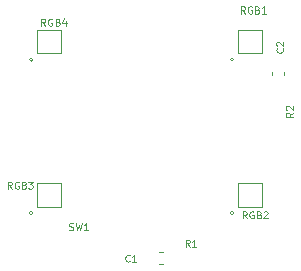
<source format=gbr>
%TF.GenerationSoftware,KiCad,Pcbnew,9.0.3*%
%TF.CreationDate,2025-07-18T17:15:59-07:00*%
%TF.ProjectId,UGC_SubStick_R5,5547435f-5375-4625-9374-69636b5f5235,rev?*%
%TF.SameCoordinates,Original*%
%TF.FileFunction,Legend,Top*%
%TF.FilePolarity,Positive*%
%FSLAX46Y46*%
G04 Gerber Fmt 4.6, Leading zero omitted, Abs format (unit mm)*
G04 Created by KiCad (PCBNEW 9.0.3) date 2025-07-18 17:15:59*
%MOMM*%
%LPD*%
G01*
G04 APERTURE LIST*
%ADD10C,0.100000*%
%ADD11C,0.120000*%
G04 APERTURE END LIST*
D10*
X50608000Y-29660171D02*
X50408000Y-29374457D01*
X50265143Y-29660171D02*
X50265143Y-29060171D01*
X50265143Y-29060171D02*
X50493714Y-29060171D01*
X50493714Y-29060171D02*
X50550857Y-29088742D01*
X50550857Y-29088742D02*
X50579428Y-29117314D01*
X50579428Y-29117314D02*
X50608000Y-29174457D01*
X50608000Y-29174457D02*
X50608000Y-29260171D01*
X50608000Y-29260171D02*
X50579428Y-29317314D01*
X50579428Y-29317314D02*
X50550857Y-29345885D01*
X50550857Y-29345885D02*
X50493714Y-29374457D01*
X50493714Y-29374457D02*
X50265143Y-29374457D01*
X51179428Y-29088742D02*
X51122286Y-29060171D01*
X51122286Y-29060171D02*
X51036571Y-29060171D01*
X51036571Y-29060171D02*
X50950857Y-29088742D01*
X50950857Y-29088742D02*
X50893714Y-29145885D01*
X50893714Y-29145885D02*
X50865143Y-29203028D01*
X50865143Y-29203028D02*
X50836571Y-29317314D01*
X50836571Y-29317314D02*
X50836571Y-29403028D01*
X50836571Y-29403028D02*
X50865143Y-29517314D01*
X50865143Y-29517314D02*
X50893714Y-29574457D01*
X50893714Y-29574457D02*
X50950857Y-29631600D01*
X50950857Y-29631600D02*
X51036571Y-29660171D01*
X51036571Y-29660171D02*
X51093714Y-29660171D01*
X51093714Y-29660171D02*
X51179428Y-29631600D01*
X51179428Y-29631600D02*
X51208000Y-29603028D01*
X51208000Y-29603028D02*
X51208000Y-29403028D01*
X51208000Y-29403028D02*
X51093714Y-29403028D01*
X51665143Y-29345885D02*
X51750857Y-29374457D01*
X51750857Y-29374457D02*
X51779428Y-29403028D01*
X51779428Y-29403028D02*
X51808000Y-29460171D01*
X51808000Y-29460171D02*
X51808000Y-29545885D01*
X51808000Y-29545885D02*
X51779428Y-29603028D01*
X51779428Y-29603028D02*
X51750857Y-29631600D01*
X51750857Y-29631600D02*
X51693714Y-29660171D01*
X51693714Y-29660171D02*
X51465143Y-29660171D01*
X51465143Y-29660171D02*
X51465143Y-29060171D01*
X51465143Y-29060171D02*
X51665143Y-29060171D01*
X51665143Y-29060171D02*
X51722286Y-29088742D01*
X51722286Y-29088742D02*
X51750857Y-29117314D01*
X51750857Y-29117314D02*
X51779428Y-29174457D01*
X51779428Y-29174457D02*
X51779428Y-29231600D01*
X51779428Y-29231600D02*
X51750857Y-29288742D01*
X51750857Y-29288742D02*
X51722286Y-29317314D01*
X51722286Y-29317314D02*
X51665143Y-29345885D01*
X51665143Y-29345885D02*
X51465143Y-29345885D01*
X52322286Y-29260171D02*
X52322286Y-29660171D01*
X52179428Y-29031600D02*
X52036571Y-29460171D01*
X52036571Y-29460171D02*
X52408000Y-29460171D01*
X47763200Y-43452371D02*
X47563200Y-43166657D01*
X47420343Y-43452371D02*
X47420343Y-42852371D01*
X47420343Y-42852371D02*
X47648914Y-42852371D01*
X47648914Y-42852371D02*
X47706057Y-42880942D01*
X47706057Y-42880942D02*
X47734628Y-42909514D01*
X47734628Y-42909514D02*
X47763200Y-42966657D01*
X47763200Y-42966657D02*
X47763200Y-43052371D01*
X47763200Y-43052371D02*
X47734628Y-43109514D01*
X47734628Y-43109514D02*
X47706057Y-43138085D01*
X47706057Y-43138085D02*
X47648914Y-43166657D01*
X47648914Y-43166657D02*
X47420343Y-43166657D01*
X48334628Y-42880942D02*
X48277486Y-42852371D01*
X48277486Y-42852371D02*
X48191771Y-42852371D01*
X48191771Y-42852371D02*
X48106057Y-42880942D01*
X48106057Y-42880942D02*
X48048914Y-42938085D01*
X48048914Y-42938085D02*
X48020343Y-42995228D01*
X48020343Y-42995228D02*
X47991771Y-43109514D01*
X47991771Y-43109514D02*
X47991771Y-43195228D01*
X47991771Y-43195228D02*
X48020343Y-43309514D01*
X48020343Y-43309514D02*
X48048914Y-43366657D01*
X48048914Y-43366657D02*
X48106057Y-43423800D01*
X48106057Y-43423800D02*
X48191771Y-43452371D01*
X48191771Y-43452371D02*
X48248914Y-43452371D01*
X48248914Y-43452371D02*
X48334628Y-43423800D01*
X48334628Y-43423800D02*
X48363200Y-43395228D01*
X48363200Y-43395228D02*
X48363200Y-43195228D01*
X48363200Y-43195228D02*
X48248914Y-43195228D01*
X48820343Y-43138085D02*
X48906057Y-43166657D01*
X48906057Y-43166657D02*
X48934628Y-43195228D01*
X48934628Y-43195228D02*
X48963200Y-43252371D01*
X48963200Y-43252371D02*
X48963200Y-43338085D01*
X48963200Y-43338085D02*
X48934628Y-43395228D01*
X48934628Y-43395228D02*
X48906057Y-43423800D01*
X48906057Y-43423800D02*
X48848914Y-43452371D01*
X48848914Y-43452371D02*
X48620343Y-43452371D01*
X48620343Y-43452371D02*
X48620343Y-42852371D01*
X48620343Y-42852371D02*
X48820343Y-42852371D01*
X48820343Y-42852371D02*
X48877486Y-42880942D01*
X48877486Y-42880942D02*
X48906057Y-42909514D01*
X48906057Y-42909514D02*
X48934628Y-42966657D01*
X48934628Y-42966657D02*
X48934628Y-43023800D01*
X48934628Y-43023800D02*
X48906057Y-43080942D01*
X48906057Y-43080942D02*
X48877486Y-43109514D01*
X48877486Y-43109514D02*
X48820343Y-43138085D01*
X48820343Y-43138085D02*
X48620343Y-43138085D01*
X49163200Y-42852371D02*
X49534628Y-42852371D01*
X49534628Y-42852371D02*
X49334628Y-43080942D01*
X49334628Y-43080942D02*
X49420343Y-43080942D01*
X49420343Y-43080942D02*
X49477486Y-43109514D01*
X49477486Y-43109514D02*
X49506057Y-43138085D01*
X49506057Y-43138085D02*
X49534628Y-43195228D01*
X49534628Y-43195228D02*
X49534628Y-43338085D01*
X49534628Y-43338085D02*
X49506057Y-43395228D01*
X49506057Y-43395228D02*
X49477486Y-43423800D01*
X49477486Y-43423800D02*
X49420343Y-43452371D01*
X49420343Y-43452371D02*
X49248914Y-43452371D01*
X49248914Y-43452371D02*
X49191771Y-43423800D01*
X49191771Y-43423800D02*
X49163200Y-43395228D01*
X67499000Y-28618771D02*
X67299000Y-28333057D01*
X67156143Y-28618771D02*
X67156143Y-28018771D01*
X67156143Y-28018771D02*
X67384714Y-28018771D01*
X67384714Y-28018771D02*
X67441857Y-28047342D01*
X67441857Y-28047342D02*
X67470428Y-28075914D01*
X67470428Y-28075914D02*
X67499000Y-28133057D01*
X67499000Y-28133057D02*
X67499000Y-28218771D01*
X67499000Y-28218771D02*
X67470428Y-28275914D01*
X67470428Y-28275914D02*
X67441857Y-28304485D01*
X67441857Y-28304485D02*
X67384714Y-28333057D01*
X67384714Y-28333057D02*
X67156143Y-28333057D01*
X68070428Y-28047342D02*
X68013286Y-28018771D01*
X68013286Y-28018771D02*
X67927571Y-28018771D01*
X67927571Y-28018771D02*
X67841857Y-28047342D01*
X67841857Y-28047342D02*
X67784714Y-28104485D01*
X67784714Y-28104485D02*
X67756143Y-28161628D01*
X67756143Y-28161628D02*
X67727571Y-28275914D01*
X67727571Y-28275914D02*
X67727571Y-28361628D01*
X67727571Y-28361628D02*
X67756143Y-28475914D01*
X67756143Y-28475914D02*
X67784714Y-28533057D01*
X67784714Y-28533057D02*
X67841857Y-28590200D01*
X67841857Y-28590200D02*
X67927571Y-28618771D01*
X67927571Y-28618771D02*
X67984714Y-28618771D01*
X67984714Y-28618771D02*
X68070428Y-28590200D01*
X68070428Y-28590200D02*
X68099000Y-28561628D01*
X68099000Y-28561628D02*
X68099000Y-28361628D01*
X68099000Y-28361628D02*
X67984714Y-28361628D01*
X68556143Y-28304485D02*
X68641857Y-28333057D01*
X68641857Y-28333057D02*
X68670428Y-28361628D01*
X68670428Y-28361628D02*
X68699000Y-28418771D01*
X68699000Y-28418771D02*
X68699000Y-28504485D01*
X68699000Y-28504485D02*
X68670428Y-28561628D01*
X68670428Y-28561628D02*
X68641857Y-28590200D01*
X68641857Y-28590200D02*
X68584714Y-28618771D01*
X68584714Y-28618771D02*
X68356143Y-28618771D01*
X68356143Y-28618771D02*
X68356143Y-28018771D01*
X68356143Y-28018771D02*
X68556143Y-28018771D01*
X68556143Y-28018771D02*
X68613286Y-28047342D01*
X68613286Y-28047342D02*
X68641857Y-28075914D01*
X68641857Y-28075914D02*
X68670428Y-28133057D01*
X68670428Y-28133057D02*
X68670428Y-28190200D01*
X68670428Y-28190200D02*
X68641857Y-28247342D01*
X68641857Y-28247342D02*
X68613286Y-28275914D01*
X68613286Y-28275914D02*
X68556143Y-28304485D01*
X68556143Y-28304485D02*
X68356143Y-28304485D01*
X69270428Y-28618771D02*
X68927571Y-28618771D01*
X69099000Y-28618771D02*
X69099000Y-28018771D01*
X69099000Y-28018771D02*
X69041857Y-28104485D01*
X69041857Y-28104485D02*
X68984714Y-28161628D01*
X68984714Y-28161628D02*
X68927571Y-28190200D01*
X57735800Y-49567428D02*
X57707228Y-49596000D01*
X57707228Y-49596000D02*
X57621514Y-49624571D01*
X57621514Y-49624571D02*
X57564371Y-49624571D01*
X57564371Y-49624571D02*
X57478657Y-49596000D01*
X57478657Y-49596000D02*
X57421514Y-49538857D01*
X57421514Y-49538857D02*
X57392943Y-49481714D01*
X57392943Y-49481714D02*
X57364371Y-49367428D01*
X57364371Y-49367428D02*
X57364371Y-49281714D01*
X57364371Y-49281714D02*
X57392943Y-49167428D01*
X57392943Y-49167428D02*
X57421514Y-49110285D01*
X57421514Y-49110285D02*
X57478657Y-49053142D01*
X57478657Y-49053142D02*
X57564371Y-49024571D01*
X57564371Y-49024571D02*
X57621514Y-49024571D01*
X57621514Y-49024571D02*
X57707228Y-49053142D01*
X57707228Y-49053142D02*
X57735800Y-49081714D01*
X58307228Y-49624571D02*
X57964371Y-49624571D01*
X58135800Y-49624571D02*
X58135800Y-49024571D01*
X58135800Y-49024571D02*
X58078657Y-49110285D01*
X58078657Y-49110285D02*
X58021514Y-49167428D01*
X58021514Y-49167428D02*
X57964371Y-49196000D01*
X62815800Y-48354571D02*
X62615800Y-48068857D01*
X62472943Y-48354571D02*
X62472943Y-47754571D01*
X62472943Y-47754571D02*
X62701514Y-47754571D01*
X62701514Y-47754571D02*
X62758657Y-47783142D01*
X62758657Y-47783142D02*
X62787228Y-47811714D01*
X62787228Y-47811714D02*
X62815800Y-47868857D01*
X62815800Y-47868857D02*
X62815800Y-47954571D01*
X62815800Y-47954571D02*
X62787228Y-48011714D01*
X62787228Y-48011714D02*
X62758657Y-48040285D01*
X62758657Y-48040285D02*
X62701514Y-48068857D01*
X62701514Y-48068857D02*
X62472943Y-48068857D01*
X63387228Y-48354571D02*
X63044371Y-48354571D01*
X63215800Y-48354571D02*
X63215800Y-47754571D01*
X63215800Y-47754571D02*
X63158657Y-47840285D01*
X63158657Y-47840285D02*
X63101514Y-47897428D01*
X63101514Y-47897428D02*
X63044371Y-47926000D01*
X52616199Y-46929000D02*
X52701914Y-46957571D01*
X52701914Y-46957571D02*
X52844771Y-46957571D01*
X52844771Y-46957571D02*
X52901914Y-46929000D01*
X52901914Y-46929000D02*
X52930485Y-46900428D01*
X52930485Y-46900428D02*
X52959056Y-46843285D01*
X52959056Y-46843285D02*
X52959056Y-46786142D01*
X52959056Y-46786142D02*
X52930485Y-46729000D01*
X52930485Y-46729000D02*
X52901914Y-46700428D01*
X52901914Y-46700428D02*
X52844771Y-46671857D01*
X52844771Y-46671857D02*
X52730485Y-46643285D01*
X52730485Y-46643285D02*
X52673342Y-46614714D01*
X52673342Y-46614714D02*
X52644771Y-46586142D01*
X52644771Y-46586142D02*
X52616199Y-46529000D01*
X52616199Y-46529000D02*
X52616199Y-46471857D01*
X52616199Y-46471857D02*
X52644771Y-46414714D01*
X52644771Y-46414714D02*
X52673342Y-46386142D01*
X52673342Y-46386142D02*
X52730485Y-46357571D01*
X52730485Y-46357571D02*
X52873342Y-46357571D01*
X52873342Y-46357571D02*
X52959056Y-46386142D01*
X53159057Y-46357571D02*
X53301914Y-46957571D01*
X53301914Y-46957571D02*
X53416200Y-46529000D01*
X53416200Y-46529000D02*
X53530485Y-46957571D01*
X53530485Y-46957571D02*
X53673343Y-46357571D01*
X54216199Y-46957571D02*
X53873342Y-46957571D01*
X54044771Y-46957571D02*
X54044771Y-46357571D01*
X54044771Y-46357571D02*
X53987628Y-46443285D01*
X53987628Y-46443285D02*
X53930485Y-46500428D01*
X53930485Y-46500428D02*
X53873342Y-46529000D01*
X70700228Y-31570599D02*
X70728800Y-31599171D01*
X70728800Y-31599171D02*
X70757371Y-31684885D01*
X70757371Y-31684885D02*
X70757371Y-31742028D01*
X70757371Y-31742028D02*
X70728800Y-31827742D01*
X70728800Y-31827742D02*
X70671657Y-31884885D01*
X70671657Y-31884885D02*
X70614514Y-31913456D01*
X70614514Y-31913456D02*
X70500228Y-31942028D01*
X70500228Y-31942028D02*
X70414514Y-31942028D01*
X70414514Y-31942028D02*
X70300228Y-31913456D01*
X70300228Y-31913456D02*
X70243085Y-31884885D01*
X70243085Y-31884885D02*
X70185942Y-31827742D01*
X70185942Y-31827742D02*
X70157371Y-31742028D01*
X70157371Y-31742028D02*
X70157371Y-31684885D01*
X70157371Y-31684885D02*
X70185942Y-31599171D01*
X70185942Y-31599171D02*
X70214514Y-31570599D01*
X70214514Y-31342028D02*
X70185942Y-31313456D01*
X70185942Y-31313456D02*
X70157371Y-31256314D01*
X70157371Y-31256314D02*
X70157371Y-31113456D01*
X70157371Y-31113456D02*
X70185942Y-31056314D01*
X70185942Y-31056314D02*
X70214514Y-31027742D01*
X70214514Y-31027742D02*
X70271657Y-30999171D01*
X70271657Y-30999171D02*
X70328800Y-30999171D01*
X70328800Y-30999171D02*
X70414514Y-31027742D01*
X70414514Y-31027742D02*
X70757371Y-31370599D01*
X70757371Y-31370599D02*
X70757371Y-30999171D01*
X67651400Y-45966971D02*
X67451400Y-45681257D01*
X67308543Y-45966971D02*
X67308543Y-45366971D01*
X67308543Y-45366971D02*
X67537114Y-45366971D01*
X67537114Y-45366971D02*
X67594257Y-45395542D01*
X67594257Y-45395542D02*
X67622828Y-45424114D01*
X67622828Y-45424114D02*
X67651400Y-45481257D01*
X67651400Y-45481257D02*
X67651400Y-45566971D01*
X67651400Y-45566971D02*
X67622828Y-45624114D01*
X67622828Y-45624114D02*
X67594257Y-45652685D01*
X67594257Y-45652685D02*
X67537114Y-45681257D01*
X67537114Y-45681257D02*
X67308543Y-45681257D01*
X68222828Y-45395542D02*
X68165686Y-45366971D01*
X68165686Y-45366971D02*
X68079971Y-45366971D01*
X68079971Y-45366971D02*
X67994257Y-45395542D01*
X67994257Y-45395542D02*
X67937114Y-45452685D01*
X67937114Y-45452685D02*
X67908543Y-45509828D01*
X67908543Y-45509828D02*
X67879971Y-45624114D01*
X67879971Y-45624114D02*
X67879971Y-45709828D01*
X67879971Y-45709828D02*
X67908543Y-45824114D01*
X67908543Y-45824114D02*
X67937114Y-45881257D01*
X67937114Y-45881257D02*
X67994257Y-45938400D01*
X67994257Y-45938400D02*
X68079971Y-45966971D01*
X68079971Y-45966971D02*
X68137114Y-45966971D01*
X68137114Y-45966971D02*
X68222828Y-45938400D01*
X68222828Y-45938400D02*
X68251400Y-45909828D01*
X68251400Y-45909828D02*
X68251400Y-45709828D01*
X68251400Y-45709828D02*
X68137114Y-45709828D01*
X68708543Y-45652685D02*
X68794257Y-45681257D01*
X68794257Y-45681257D02*
X68822828Y-45709828D01*
X68822828Y-45709828D02*
X68851400Y-45766971D01*
X68851400Y-45766971D02*
X68851400Y-45852685D01*
X68851400Y-45852685D02*
X68822828Y-45909828D01*
X68822828Y-45909828D02*
X68794257Y-45938400D01*
X68794257Y-45938400D02*
X68737114Y-45966971D01*
X68737114Y-45966971D02*
X68508543Y-45966971D01*
X68508543Y-45966971D02*
X68508543Y-45366971D01*
X68508543Y-45366971D02*
X68708543Y-45366971D01*
X68708543Y-45366971D02*
X68765686Y-45395542D01*
X68765686Y-45395542D02*
X68794257Y-45424114D01*
X68794257Y-45424114D02*
X68822828Y-45481257D01*
X68822828Y-45481257D02*
X68822828Y-45538400D01*
X68822828Y-45538400D02*
X68794257Y-45595542D01*
X68794257Y-45595542D02*
X68765686Y-45624114D01*
X68765686Y-45624114D02*
X68708543Y-45652685D01*
X68708543Y-45652685D02*
X68508543Y-45652685D01*
X69079971Y-45424114D02*
X69108543Y-45395542D01*
X69108543Y-45395542D02*
X69165686Y-45366971D01*
X69165686Y-45366971D02*
X69308543Y-45366971D01*
X69308543Y-45366971D02*
X69365686Y-45395542D01*
X69365686Y-45395542D02*
X69394257Y-45424114D01*
X69394257Y-45424114D02*
X69422828Y-45481257D01*
X69422828Y-45481257D02*
X69422828Y-45538400D01*
X69422828Y-45538400D02*
X69394257Y-45624114D01*
X69394257Y-45624114D02*
X69051400Y-45966971D01*
X69051400Y-45966971D02*
X69422828Y-45966971D01*
X71570171Y-37006199D02*
X71284457Y-37206199D01*
X71570171Y-37349056D02*
X70970171Y-37349056D01*
X70970171Y-37349056D02*
X70970171Y-37120485D01*
X70970171Y-37120485D02*
X70998742Y-37063342D01*
X70998742Y-37063342D02*
X71027314Y-37034771D01*
X71027314Y-37034771D02*
X71084457Y-37006199D01*
X71084457Y-37006199D02*
X71170171Y-37006199D01*
X71170171Y-37006199D02*
X71227314Y-37034771D01*
X71227314Y-37034771D02*
X71255885Y-37063342D01*
X71255885Y-37063342D02*
X71284457Y-37120485D01*
X71284457Y-37120485D02*
X71284457Y-37349056D01*
X71027314Y-36777628D02*
X70998742Y-36749056D01*
X70998742Y-36749056D02*
X70970171Y-36691914D01*
X70970171Y-36691914D02*
X70970171Y-36549056D01*
X70970171Y-36549056D02*
X70998742Y-36491914D01*
X70998742Y-36491914D02*
X71027314Y-36463342D01*
X71027314Y-36463342D02*
X71084457Y-36434771D01*
X71084457Y-36434771D02*
X71141600Y-36434771D01*
X71141600Y-36434771D02*
X71227314Y-36463342D01*
X71227314Y-36463342D02*
X71570171Y-36806199D01*
X71570171Y-36806199D02*
X71570171Y-36434771D01*
D11*
%TO.C,RGB4*%
X49925000Y-29996718D02*
X51925000Y-29996718D01*
X49925000Y-31996718D02*
X49925000Y-29996718D01*
X51925000Y-29996718D02*
X51925000Y-31996718D01*
X51925000Y-31996718D02*
X49925000Y-31996718D01*
X49552734Y-32520718D02*
G75*
G02*
X49249266Y-32520718I-151734J0D01*
G01*
X49249266Y-32520718D02*
G75*
G02*
X49552734Y-32520718I151734J0D01*
G01*
%TO.C,RGB3*%
X49925000Y-42996718D02*
X51925000Y-42996718D01*
X49925000Y-44996718D02*
X49925000Y-42996718D01*
X51925000Y-42996718D02*
X51925000Y-44996718D01*
X51925000Y-44996718D02*
X49925000Y-44996718D01*
X49552734Y-45520718D02*
G75*
G02*
X49249266Y-45520718I-151734J0D01*
G01*
X49249266Y-45520718D02*
G75*
G02*
X49552734Y-45520718I151734J0D01*
G01*
%TO.C,RGB1*%
X66925000Y-29996718D02*
X68925000Y-29996718D01*
X66925000Y-31996718D02*
X66925000Y-29996718D01*
X68925000Y-29996718D02*
X68925000Y-31996718D01*
X68925000Y-31996718D02*
X66925000Y-31996718D01*
X66552734Y-32520718D02*
G75*
G02*
X66249266Y-32520718I-151734J0D01*
G01*
X66249266Y-32520718D02*
G75*
G02*
X66552734Y-32520718I151734J0D01*
G01*
%TO.C,C1*%
X60260620Y-48791400D02*
X60541780Y-48791400D01*
X60260620Y-49811400D02*
X60541780Y-49811400D01*
%TO.C,C2*%
X69807800Y-33567620D02*
X69807800Y-33848780D01*
X70827800Y-33567620D02*
X70827800Y-33848780D01*
%TO.C,RGB2*%
X66925000Y-42996718D02*
X68925000Y-42996718D01*
X66925000Y-44996718D02*
X66925000Y-42996718D01*
X68925000Y-42996718D02*
X68925000Y-44996718D01*
X68925000Y-44996718D02*
X66925000Y-44996718D01*
X66552734Y-45520718D02*
G75*
G02*
X66249266Y-45520718I-151734J0D01*
G01*
X66249266Y-45520718D02*
G75*
G02*
X66552734Y-45520718I151734J0D01*
G01*
%TD*%
M02*

</source>
